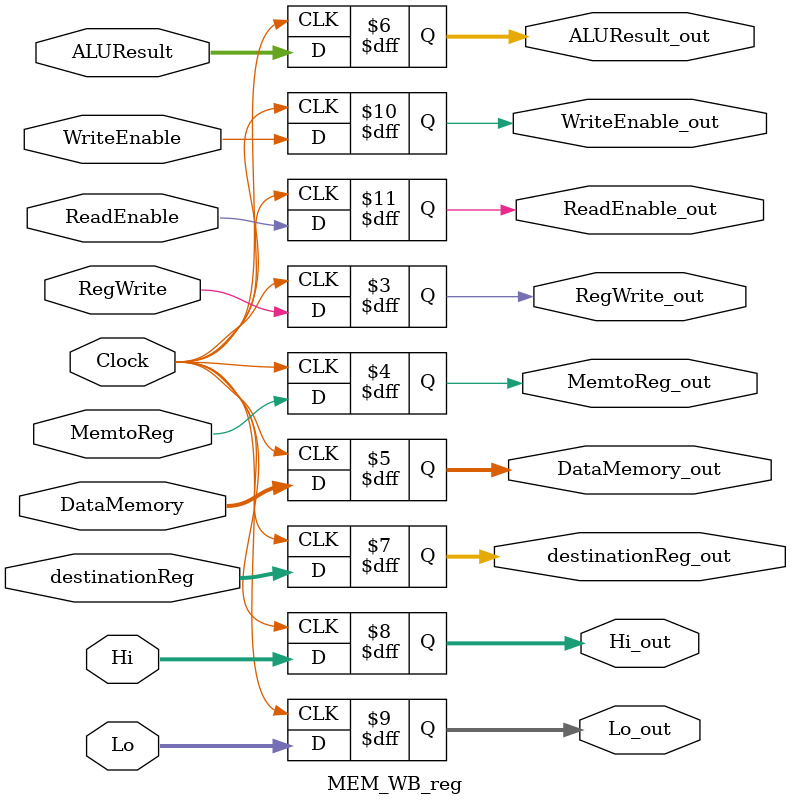
<source format=v>
`timescale 1ns / 1ps





module MEM_WB_reg (
// inputs
Hi, Lo,
Clock, RegWrite, MemtoReg, DataMemory, ALUResult, destinationReg,
WriteEnable, ReadEnable,
// outputs
RegWrite_out, MemtoReg_out, DataMemory_out, ALUResult_out, destinationReg_out,
Hi_out, Lo_out,
WriteEnable_out, ReadEnable_out
);
	//::INPUTS::
	input Clock;
	
	// Control signals
	input RegWrite, MemtoReg;
	
	input [31:0] DataMemory; 
	input [31:0] ALUResult;
	
	// destination register (output of 2:1 mux controlled by RegDst)
	input [4:0] destinationReg;
	
	//::OUTPUTS::
	output reg RegWrite_out, MemtoReg_out;
	output reg [31:0] DataMemory_out; 
	output reg [31:0] ALUResult_out;
	output reg [4:0] destinationReg_out;
	
	input [31:0] Hi;
	input [31:0] Lo;
	output reg [31:0] Hi_out;
	output reg [31:0] Lo_out;
	input WriteEnable;
	input ReadEnable;
	output reg WriteEnable_out;
	output reg ReadEnable_out;
	
	initial begin
		RegWrite_out <= 0;
		MemtoReg_out <= 0;
		DataMemory_out <= 0;
		ALUResult_out <= 0;
		destinationReg_out <= 0;
	    Hi_out <= 0;
	    Lo_out <= 0;
	    WriteEnable_out <= 0;
	    ReadEnable_out <= 0;
	end

	always @(posedge Clock) begin
		RegWrite_out <= RegWrite;
		MemtoReg_out <= MemtoReg;
		DataMemory_out <= DataMemory;
		ALUResult_out <= ALUResult;
		destinationReg_out <= destinationReg;
		Hi_out <= Hi;
	    Lo_out <= Lo;
	    WriteEnable_out <= WriteEnable;
	    ReadEnable_out <= ReadEnable;
	end
	
	
endmodule
</source>
